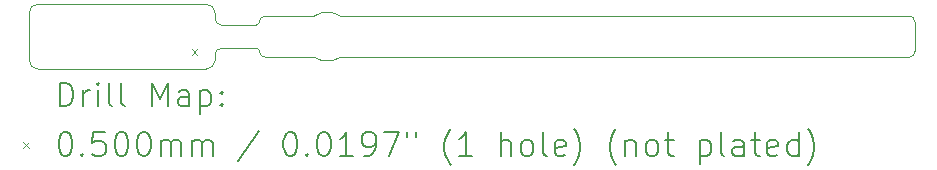
<source format=gbr>
%TF.GenerationSoftware,KiCad,Pcbnew,8.0.5*%
%TF.CreationDate,2024-10-26T16:12:02-07:00*%
%TF.ProjectId,cc-ring,63632d72-696e-4672-9e6b-696361645f70,rev?*%
%TF.SameCoordinates,Original*%
%TF.FileFunction,Drillmap*%
%TF.FilePolarity,Positive*%
%FSLAX45Y45*%
G04 Gerber Fmt 4.5, Leading zero omitted, Abs format (unit mm)*
G04 Created by KiCad (PCBNEW 8.0.5) date 2024-10-26 16:12:02*
%MOMM*%
%LPD*%
G01*
G04 APERTURE LIST*
%ADD10C,0.050000*%
%ADD11C,0.200000*%
%ADD12C,0.100000*%
G04 APERTURE END LIST*
D10*
X18915000Y-7275000D02*
X18500000Y-7275000D01*
X18915000Y-6925000D02*
X18500000Y-6925000D01*
X19135000Y-7275000D02*
G75*
G02*
X18915000Y-7275000I-110000J175000D01*
G01*
X18915000Y-6925000D02*
G75*
G02*
X19135000Y-6925000I110000J-175000D01*
G01*
X18425000Y-7200000D02*
G75*
G02*
X18450000Y-7225000I0J-25000D01*
G01*
X18075000Y-7300000D02*
G75*
G02*
X18000000Y-7375000I-75000J0D01*
G01*
X18125000Y-7000000D02*
X18425000Y-7000000D01*
X18425000Y-7200000D02*
X18125000Y-7200000D01*
X18075000Y-7250000D02*
G75*
G02*
X18125000Y-7200000I50000J0D01*
G01*
X19135000Y-6925000D02*
X23950000Y-6925000D01*
X16500000Y-7300000D02*
X16500000Y-6900000D01*
X18000000Y-7375000D02*
X16575000Y-7375000D01*
X18500000Y-7275000D02*
G75*
G02*
X18450000Y-7225000I0J50000D01*
G01*
X18000000Y-6825000D02*
G75*
G02*
X18075000Y-6900000I0J-75000D01*
G01*
X18125000Y-7000000D02*
G75*
G02*
X18075000Y-6950000I0J50000D01*
G01*
X24000000Y-6975000D02*
X24000000Y-7225000D01*
X23950000Y-7275000D02*
X19135000Y-7275000D01*
X16500000Y-6900000D02*
G75*
G02*
X16575000Y-6825000I75000J0D01*
G01*
X18075000Y-6950000D02*
X18075000Y-6900000D01*
X18450000Y-6975000D02*
G75*
G02*
X18500000Y-6925000I50000J0D01*
G01*
X24000000Y-7225000D02*
G75*
G02*
X23950000Y-7275000I-50000J0D01*
G01*
X18450000Y-6975000D02*
G75*
G02*
X18425000Y-7000000I-25000J0D01*
G01*
X18075000Y-7250000D02*
X18075000Y-7300000D01*
X23950000Y-6925000D02*
G75*
G02*
X24000000Y-6975000I0J-50000D01*
G01*
X16575000Y-7375000D02*
G75*
G02*
X16500000Y-7300000I0J75000D01*
G01*
X16575000Y-6825000D02*
X18000000Y-6825000D01*
D11*
D12*
X17875000Y-7202000D02*
X17925000Y-7252000D01*
X17925000Y-7202000D02*
X17875000Y-7252000D01*
D11*
X16758277Y-7688984D02*
X16758277Y-7488984D01*
X16758277Y-7488984D02*
X16805896Y-7488984D01*
X16805896Y-7488984D02*
X16834467Y-7498508D01*
X16834467Y-7498508D02*
X16853515Y-7517555D01*
X16853515Y-7517555D02*
X16863039Y-7536603D01*
X16863039Y-7536603D02*
X16872563Y-7574698D01*
X16872563Y-7574698D02*
X16872563Y-7603269D01*
X16872563Y-7603269D02*
X16863039Y-7641365D01*
X16863039Y-7641365D02*
X16853515Y-7660412D01*
X16853515Y-7660412D02*
X16834467Y-7679460D01*
X16834467Y-7679460D02*
X16805896Y-7688984D01*
X16805896Y-7688984D02*
X16758277Y-7688984D01*
X16958277Y-7688984D02*
X16958277Y-7555650D01*
X16958277Y-7593746D02*
X16967801Y-7574698D01*
X16967801Y-7574698D02*
X16977324Y-7565174D01*
X16977324Y-7565174D02*
X16996372Y-7555650D01*
X16996372Y-7555650D02*
X17015420Y-7555650D01*
X17082086Y-7688984D02*
X17082086Y-7555650D01*
X17082086Y-7488984D02*
X17072563Y-7498508D01*
X17072563Y-7498508D02*
X17082086Y-7508031D01*
X17082086Y-7508031D02*
X17091610Y-7498508D01*
X17091610Y-7498508D02*
X17082086Y-7488984D01*
X17082086Y-7488984D02*
X17082086Y-7508031D01*
X17205896Y-7688984D02*
X17186848Y-7679460D01*
X17186848Y-7679460D02*
X17177324Y-7660412D01*
X17177324Y-7660412D02*
X17177324Y-7488984D01*
X17310658Y-7688984D02*
X17291610Y-7679460D01*
X17291610Y-7679460D02*
X17282086Y-7660412D01*
X17282086Y-7660412D02*
X17282086Y-7488984D01*
X17539229Y-7688984D02*
X17539229Y-7488984D01*
X17539229Y-7488984D02*
X17605896Y-7631841D01*
X17605896Y-7631841D02*
X17672563Y-7488984D01*
X17672563Y-7488984D02*
X17672563Y-7688984D01*
X17853515Y-7688984D02*
X17853515Y-7584222D01*
X17853515Y-7584222D02*
X17843991Y-7565174D01*
X17843991Y-7565174D02*
X17824944Y-7555650D01*
X17824944Y-7555650D02*
X17786848Y-7555650D01*
X17786848Y-7555650D02*
X17767801Y-7565174D01*
X17853515Y-7679460D02*
X17834467Y-7688984D01*
X17834467Y-7688984D02*
X17786848Y-7688984D01*
X17786848Y-7688984D02*
X17767801Y-7679460D01*
X17767801Y-7679460D02*
X17758277Y-7660412D01*
X17758277Y-7660412D02*
X17758277Y-7641365D01*
X17758277Y-7641365D02*
X17767801Y-7622317D01*
X17767801Y-7622317D02*
X17786848Y-7612793D01*
X17786848Y-7612793D02*
X17834467Y-7612793D01*
X17834467Y-7612793D02*
X17853515Y-7603269D01*
X17948753Y-7555650D02*
X17948753Y-7755650D01*
X17948753Y-7565174D02*
X17967801Y-7555650D01*
X17967801Y-7555650D02*
X18005896Y-7555650D01*
X18005896Y-7555650D02*
X18024944Y-7565174D01*
X18024944Y-7565174D02*
X18034467Y-7574698D01*
X18034467Y-7574698D02*
X18043991Y-7593746D01*
X18043991Y-7593746D02*
X18043991Y-7650888D01*
X18043991Y-7650888D02*
X18034467Y-7669936D01*
X18034467Y-7669936D02*
X18024944Y-7679460D01*
X18024944Y-7679460D02*
X18005896Y-7688984D01*
X18005896Y-7688984D02*
X17967801Y-7688984D01*
X17967801Y-7688984D02*
X17948753Y-7679460D01*
X18129705Y-7669936D02*
X18139229Y-7679460D01*
X18139229Y-7679460D02*
X18129705Y-7688984D01*
X18129705Y-7688984D02*
X18120182Y-7679460D01*
X18120182Y-7679460D02*
X18129705Y-7669936D01*
X18129705Y-7669936D02*
X18129705Y-7688984D01*
X18129705Y-7565174D02*
X18139229Y-7574698D01*
X18139229Y-7574698D02*
X18129705Y-7584222D01*
X18129705Y-7584222D02*
X18120182Y-7574698D01*
X18120182Y-7574698D02*
X18129705Y-7565174D01*
X18129705Y-7565174D02*
X18129705Y-7584222D01*
D12*
X16447500Y-7992500D02*
X16497500Y-8042500D01*
X16497500Y-7992500D02*
X16447500Y-8042500D01*
D11*
X16796372Y-7908984D02*
X16815420Y-7908984D01*
X16815420Y-7908984D02*
X16834467Y-7918508D01*
X16834467Y-7918508D02*
X16843991Y-7928031D01*
X16843991Y-7928031D02*
X16853515Y-7947079D01*
X16853515Y-7947079D02*
X16863039Y-7985174D01*
X16863039Y-7985174D02*
X16863039Y-8032793D01*
X16863039Y-8032793D02*
X16853515Y-8070888D01*
X16853515Y-8070888D02*
X16843991Y-8089936D01*
X16843991Y-8089936D02*
X16834467Y-8099460D01*
X16834467Y-8099460D02*
X16815420Y-8108984D01*
X16815420Y-8108984D02*
X16796372Y-8108984D01*
X16796372Y-8108984D02*
X16777324Y-8099460D01*
X16777324Y-8099460D02*
X16767801Y-8089936D01*
X16767801Y-8089936D02*
X16758277Y-8070888D01*
X16758277Y-8070888D02*
X16748753Y-8032793D01*
X16748753Y-8032793D02*
X16748753Y-7985174D01*
X16748753Y-7985174D02*
X16758277Y-7947079D01*
X16758277Y-7947079D02*
X16767801Y-7928031D01*
X16767801Y-7928031D02*
X16777324Y-7918508D01*
X16777324Y-7918508D02*
X16796372Y-7908984D01*
X16948753Y-8089936D02*
X16958277Y-8099460D01*
X16958277Y-8099460D02*
X16948753Y-8108984D01*
X16948753Y-8108984D02*
X16939229Y-8099460D01*
X16939229Y-8099460D02*
X16948753Y-8089936D01*
X16948753Y-8089936D02*
X16948753Y-8108984D01*
X17139229Y-7908984D02*
X17043991Y-7908984D01*
X17043991Y-7908984D02*
X17034467Y-8004222D01*
X17034467Y-8004222D02*
X17043991Y-7994698D01*
X17043991Y-7994698D02*
X17063039Y-7985174D01*
X17063039Y-7985174D02*
X17110658Y-7985174D01*
X17110658Y-7985174D02*
X17129705Y-7994698D01*
X17129705Y-7994698D02*
X17139229Y-8004222D01*
X17139229Y-8004222D02*
X17148753Y-8023269D01*
X17148753Y-8023269D02*
X17148753Y-8070888D01*
X17148753Y-8070888D02*
X17139229Y-8089936D01*
X17139229Y-8089936D02*
X17129705Y-8099460D01*
X17129705Y-8099460D02*
X17110658Y-8108984D01*
X17110658Y-8108984D02*
X17063039Y-8108984D01*
X17063039Y-8108984D02*
X17043991Y-8099460D01*
X17043991Y-8099460D02*
X17034467Y-8089936D01*
X17272563Y-7908984D02*
X17291610Y-7908984D01*
X17291610Y-7908984D02*
X17310658Y-7918508D01*
X17310658Y-7918508D02*
X17320182Y-7928031D01*
X17320182Y-7928031D02*
X17329705Y-7947079D01*
X17329705Y-7947079D02*
X17339229Y-7985174D01*
X17339229Y-7985174D02*
X17339229Y-8032793D01*
X17339229Y-8032793D02*
X17329705Y-8070888D01*
X17329705Y-8070888D02*
X17320182Y-8089936D01*
X17320182Y-8089936D02*
X17310658Y-8099460D01*
X17310658Y-8099460D02*
X17291610Y-8108984D01*
X17291610Y-8108984D02*
X17272563Y-8108984D01*
X17272563Y-8108984D02*
X17253515Y-8099460D01*
X17253515Y-8099460D02*
X17243991Y-8089936D01*
X17243991Y-8089936D02*
X17234467Y-8070888D01*
X17234467Y-8070888D02*
X17224944Y-8032793D01*
X17224944Y-8032793D02*
X17224944Y-7985174D01*
X17224944Y-7985174D02*
X17234467Y-7947079D01*
X17234467Y-7947079D02*
X17243991Y-7928031D01*
X17243991Y-7928031D02*
X17253515Y-7918508D01*
X17253515Y-7918508D02*
X17272563Y-7908984D01*
X17463039Y-7908984D02*
X17482086Y-7908984D01*
X17482086Y-7908984D02*
X17501134Y-7918508D01*
X17501134Y-7918508D02*
X17510658Y-7928031D01*
X17510658Y-7928031D02*
X17520182Y-7947079D01*
X17520182Y-7947079D02*
X17529705Y-7985174D01*
X17529705Y-7985174D02*
X17529705Y-8032793D01*
X17529705Y-8032793D02*
X17520182Y-8070888D01*
X17520182Y-8070888D02*
X17510658Y-8089936D01*
X17510658Y-8089936D02*
X17501134Y-8099460D01*
X17501134Y-8099460D02*
X17482086Y-8108984D01*
X17482086Y-8108984D02*
X17463039Y-8108984D01*
X17463039Y-8108984D02*
X17443991Y-8099460D01*
X17443991Y-8099460D02*
X17434467Y-8089936D01*
X17434467Y-8089936D02*
X17424944Y-8070888D01*
X17424944Y-8070888D02*
X17415420Y-8032793D01*
X17415420Y-8032793D02*
X17415420Y-7985174D01*
X17415420Y-7985174D02*
X17424944Y-7947079D01*
X17424944Y-7947079D02*
X17434467Y-7928031D01*
X17434467Y-7928031D02*
X17443991Y-7918508D01*
X17443991Y-7918508D02*
X17463039Y-7908984D01*
X17615420Y-8108984D02*
X17615420Y-7975650D01*
X17615420Y-7994698D02*
X17624944Y-7985174D01*
X17624944Y-7985174D02*
X17643991Y-7975650D01*
X17643991Y-7975650D02*
X17672563Y-7975650D01*
X17672563Y-7975650D02*
X17691610Y-7985174D01*
X17691610Y-7985174D02*
X17701134Y-8004222D01*
X17701134Y-8004222D02*
X17701134Y-8108984D01*
X17701134Y-8004222D02*
X17710658Y-7985174D01*
X17710658Y-7985174D02*
X17729705Y-7975650D01*
X17729705Y-7975650D02*
X17758277Y-7975650D01*
X17758277Y-7975650D02*
X17777325Y-7985174D01*
X17777325Y-7985174D02*
X17786848Y-8004222D01*
X17786848Y-8004222D02*
X17786848Y-8108984D01*
X17882086Y-8108984D02*
X17882086Y-7975650D01*
X17882086Y-7994698D02*
X17891610Y-7985174D01*
X17891610Y-7985174D02*
X17910658Y-7975650D01*
X17910658Y-7975650D02*
X17939229Y-7975650D01*
X17939229Y-7975650D02*
X17958277Y-7985174D01*
X17958277Y-7985174D02*
X17967801Y-8004222D01*
X17967801Y-8004222D02*
X17967801Y-8108984D01*
X17967801Y-8004222D02*
X17977325Y-7985174D01*
X17977325Y-7985174D02*
X17996372Y-7975650D01*
X17996372Y-7975650D02*
X18024944Y-7975650D01*
X18024944Y-7975650D02*
X18043991Y-7985174D01*
X18043991Y-7985174D02*
X18053515Y-8004222D01*
X18053515Y-8004222D02*
X18053515Y-8108984D01*
X18443991Y-7899460D02*
X18272563Y-8156603D01*
X18701134Y-7908984D02*
X18720182Y-7908984D01*
X18720182Y-7908984D02*
X18739229Y-7918508D01*
X18739229Y-7918508D02*
X18748753Y-7928031D01*
X18748753Y-7928031D02*
X18758277Y-7947079D01*
X18758277Y-7947079D02*
X18767801Y-7985174D01*
X18767801Y-7985174D02*
X18767801Y-8032793D01*
X18767801Y-8032793D02*
X18758277Y-8070888D01*
X18758277Y-8070888D02*
X18748753Y-8089936D01*
X18748753Y-8089936D02*
X18739229Y-8099460D01*
X18739229Y-8099460D02*
X18720182Y-8108984D01*
X18720182Y-8108984D02*
X18701134Y-8108984D01*
X18701134Y-8108984D02*
X18682087Y-8099460D01*
X18682087Y-8099460D02*
X18672563Y-8089936D01*
X18672563Y-8089936D02*
X18663039Y-8070888D01*
X18663039Y-8070888D02*
X18653515Y-8032793D01*
X18653515Y-8032793D02*
X18653515Y-7985174D01*
X18653515Y-7985174D02*
X18663039Y-7947079D01*
X18663039Y-7947079D02*
X18672563Y-7928031D01*
X18672563Y-7928031D02*
X18682087Y-7918508D01*
X18682087Y-7918508D02*
X18701134Y-7908984D01*
X18853515Y-8089936D02*
X18863039Y-8099460D01*
X18863039Y-8099460D02*
X18853515Y-8108984D01*
X18853515Y-8108984D02*
X18843991Y-8099460D01*
X18843991Y-8099460D02*
X18853515Y-8089936D01*
X18853515Y-8089936D02*
X18853515Y-8108984D01*
X18986848Y-7908984D02*
X19005896Y-7908984D01*
X19005896Y-7908984D02*
X19024944Y-7918508D01*
X19024944Y-7918508D02*
X19034468Y-7928031D01*
X19034468Y-7928031D02*
X19043991Y-7947079D01*
X19043991Y-7947079D02*
X19053515Y-7985174D01*
X19053515Y-7985174D02*
X19053515Y-8032793D01*
X19053515Y-8032793D02*
X19043991Y-8070888D01*
X19043991Y-8070888D02*
X19034468Y-8089936D01*
X19034468Y-8089936D02*
X19024944Y-8099460D01*
X19024944Y-8099460D02*
X19005896Y-8108984D01*
X19005896Y-8108984D02*
X18986848Y-8108984D01*
X18986848Y-8108984D02*
X18967801Y-8099460D01*
X18967801Y-8099460D02*
X18958277Y-8089936D01*
X18958277Y-8089936D02*
X18948753Y-8070888D01*
X18948753Y-8070888D02*
X18939229Y-8032793D01*
X18939229Y-8032793D02*
X18939229Y-7985174D01*
X18939229Y-7985174D02*
X18948753Y-7947079D01*
X18948753Y-7947079D02*
X18958277Y-7928031D01*
X18958277Y-7928031D02*
X18967801Y-7918508D01*
X18967801Y-7918508D02*
X18986848Y-7908984D01*
X19243991Y-8108984D02*
X19129706Y-8108984D01*
X19186848Y-8108984D02*
X19186848Y-7908984D01*
X19186848Y-7908984D02*
X19167801Y-7937555D01*
X19167801Y-7937555D02*
X19148753Y-7956603D01*
X19148753Y-7956603D02*
X19129706Y-7966127D01*
X19339229Y-8108984D02*
X19377325Y-8108984D01*
X19377325Y-8108984D02*
X19396372Y-8099460D01*
X19396372Y-8099460D02*
X19405896Y-8089936D01*
X19405896Y-8089936D02*
X19424944Y-8061365D01*
X19424944Y-8061365D02*
X19434468Y-8023269D01*
X19434468Y-8023269D02*
X19434468Y-7947079D01*
X19434468Y-7947079D02*
X19424944Y-7928031D01*
X19424944Y-7928031D02*
X19415420Y-7918508D01*
X19415420Y-7918508D02*
X19396372Y-7908984D01*
X19396372Y-7908984D02*
X19358277Y-7908984D01*
X19358277Y-7908984D02*
X19339229Y-7918508D01*
X19339229Y-7918508D02*
X19329706Y-7928031D01*
X19329706Y-7928031D02*
X19320182Y-7947079D01*
X19320182Y-7947079D02*
X19320182Y-7994698D01*
X19320182Y-7994698D02*
X19329706Y-8013746D01*
X19329706Y-8013746D02*
X19339229Y-8023269D01*
X19339229Y-8023269D02*
X19358277Y-8032793D01*
X19358277Y-8032793D02*
X19396372Y-8032793D01*
X19396372Y-8032793D02*
X19415420Y-8023269D01*
X19415420Y-8023269D02*
X19424944Y-8013746D01*
X19424944Y-8013746D02*
X19434468Y-7994698D01*
X19501134Y-7908984D02*
X19634468Y-7908984D01*
X19634468Y-7908984D02*
X19548753Y-8108984D01*
X19701134Y-7908984D02*
X19701134Y-7947079D01*
X19777325Y-7908984D02*
X19777325Y-7947079D01*
X20072563Y-8185174D02*
X20063039Y-8175650D01*
X20063039Y-8175650D02*
X20043991Y-8147079D01*
X20043991Y-8147079D02*
X20034468Y-8128031D01*
X20034468Y-8128031D02*
X20024944Y-8099460D01*
X20024944Y-8099460D02*
X20015420Y-8051841D01*
X20015420Y-8051841D02*
X20015420Y-8013746D01*
X20015420Y-8013746D02*
X20024944Y-7966127D01*
X20024944Y-7966127D02*
X20034468Y-7937555D01*
X20034468Y-7937555D02*
X20043991Y-7918508D01*
X20043991Y-7918508D02*
X20063039Y-7889936D01*
X20063039Y-7889936D02*
X20072563Y-7880412D01*
X20253515Y-8108984D02*
X20139230Y-8108984D01*
X20196372Y-8108984D02*
X20196372Y-7908984D01*
X20196372Y-7908984D02*
X20177325Y-7937555D01*
X20177325Y-7937555D02*
X20158277Y-7956603D01*
X20158277Y-7956603D02*
X20139230Y-7966127D01*
X20491611Y-8108984D02*
X20491611Y-7908984D01*
X20577325Y-8108984D02*
X20577325Y-8004222D01*
X20577325Y-8004222D02*
X20567801Y-7985174D01*
X20567801Y-7985174D02*
X20548753Y-7975650D01*
X20548753Y-7975650D02*
X20520182Y-7975650D01*
X20520182Y-7975650D02*
X20501134Y-7985174D01*
X20501134Y-7985174D02*
X20491611Y-7994698D01*
X20701134Y-8108984D02*
X20682087Y-8099460D01*
X20682087Y-8099460D02*
X20672563Y-8089936D01*
X20672563Y-8089936D02*
X20663039Y-8070888D01*
X20663039Y-8070888D02*
X20663039Y-8013746D01*
X20663039Y-8013746D02*
X20672563Y-7994698D01*
X20672563Y-7994698D02*
X20682087Y-7985174D01*
X20682087Y-7985174D02*
X20701134Y-7975650D01*
X20701134Y-7975650D02*
X20729706Y-7975650D01*
X20729706Y-7975650D02*
X20748753Y-7985174D01*
X20748753Y-7985174D02*
X20758277Y-7994698D01*
X20758277Y-7994698D02*
X20767801Y-8013746D01*
X20767801Y-8013746D02*
X20767801Y-8070888D01*
X20767801Y-8070888D02*
X20758277Y-8089936D01*
X20758277Y-8089936D02*
X20748753Y-8099460D01*
X20748753Y-8099460D02*
X20729706Y-8108984D01*
X20729706Y-8108984D02*
X20701134Y-8108984D01*
X20882087Y-8108984D02*
X20863039Y-8099460D01*
X20863039Y-8099460D02*
X20853515Y-8080412D01*
X20853515Y-8080412D02*
X20853515Y-7908984D01*
X21034468Y-8099460D02*
X21015420Y-8108984D01*
X21015420Y-8108984D02*
X20977325Y-8108984D01*
X20977325Y-8108984D02*
X20958277Y-8099460D01*
X20958277Y-8099460D02*
X20948753Y-8080412D01*
X20948753Y-8080412D02*
X20948753Y-8004222D01*
X20948753Y-8004222D02*
X20958277Y-7985174D01*
X20958277Y-7985174D02*
X20977325Y-7975650D01*
X20977325Y-7975650D02*
X21015420Y-7975650D01*
X21015420Y-7975650D02*
X21034468Y-7985174D01*
X21034468Y-7985174D02*
X21043992Y-8004222D01*
X21043992Y-8004222D02*
X21043992Y-8023269D01*
X21043992Y-8023269D02*
X20948753Y-8042317D01*
X21110658Y-8185174D02*
X21120182Y-8175650D01*
X21120182Y-8175650D02*
X21139230Y-8147079D01*
X21139230Y-8147079D02*
X21148753Y-8128031D01*
X21148753Y-8128031D02*
X21158277Y-8099460D01*
X21158277Y-8099460D02*
X21167801Y-8051841D01*
X21167801Y-8051841D02*
X21167801Y-8013746D01*
X21167801Y-8013746D02*
X21158277Y-7966127D01*
X21158277Y-7966127D02*
X21148753Y-7937555D01*
X21148753Y-7937555D02*
X21139230Y-7918508D01*
X21139230Y-7918508D02*
X21120182Y-7889936D01*
X21120182Y-7889936D02*
X21110658Y-7880412D01*
X21472563Y-8185174D02*
X21463039Y-8175650D01*
X21463039Y-8175650D02*
X21443992Y-8147079D01*
X21443992Y-8147079D02*
X21434468Y-8128031D01*
X21434468Y-8128031D02*
X21424944Y-8099460D01*
X21424944Y-8099460D02*
X21415420Y-8051841D01*
X21415420Y-8051841D02*
X21415420Y-8013746D01*
X21415420Y-8013746D02*
X21424944Y-7966127D01*
X21424944Y-7966127D02*
X21434468Y-7937555D01*
X21434468Y-7937555D02*
X21443992Y-7918508D01*
X21443992Y-7918508D02*
X21463039Y-7889936D01*
X21463039Y-7889936D02*
X21472563Y-7880412D01*
X21548753Y-7975650D02*
X21548753Y-8108984D01*
X21548753Y-7994698D02*
X21558277Y-7985174D01*
X21558277Y-7985174D02*
X21577325Y-7975650D01*
X21577325Y-7975650D02*
X21605896Y-7975650D01*
X21605896Y-7975650D02*
X21624944Y-7985174D01*
X21624944Y-7985174D02*
X21634468Y-8004222D01*
X21634468Y-8004222D02*
X21634468Y-8108984D01*
X21758277Y-8108984D02*
X21739230Y-8099460D01*
X21739230Y-8099460D02*
X21729706Y-8089936D01*
X21729706Y-8089936D02*
X21720182Y-8070888D01*
X21720182Y-8070888D02*
X21720182Y-8013746D01*
X21720182Y-8013746D02*
X21729706Y-7994698D01*
X21729706Y-7994698D02*
X21739230Y-7985174D01*
X21739230Y-7985174D02*
X21758277Y-7975650D01*
X21758277Y-7975650D02*
X21786849Y-7975650D01*
X21786849Y-7975650D02*
X21805896Y-7985174D01*
X21805896Y-7985174D02*
X21815420Y-7994698D01*
X21815420Y-7994698D02*
X21824944Y-8013746D01*
X21824944Y-8013746D02*
X21824944Y-8070888D01*
X21824944Y-8070888D02*
X21815420Y-8089936D01*
X21815420Y-8089936D02*
X21805896Y-8099460D01*
X21805896Y-8099460D02*
X21786849Y-8108984D01*
X21786849Y-8108984D02*
X21758277Y-8108984D01*
X21882087Y-7975650D02*
X21958277Y-7975650D01*
X21910658Y-7908984D02*
X21910658Y-8080412D01*
X21910658Y-8080412D02*
X21920182Y-8099460D01*
X21920182Y-8099460D02*
X21939230Y-8108984D01*
X21939230Y-8108984D02*
X21958277Y-8108984D01*
X22177325Y-7975650D02*
X22177325Y-8175650D01*
X22177325Y-7985174D02*
X22196373Y-7975650D01*
X22196373Y-7975650D02*
X22234468Y-7975650D01*
X22234468Y-7975650D02*
X22253515Y-7985174D01*
X22253515Y-7985174D02*
X22263039Y-7994698D01*
X22263039Y-7994698D02*
X22272563Y-8013746D01*
X22272563Y-8013746D02*
X22272563Y-8070888D01*
X22272563Y-8070888D02*
X22263039Y-8089936D01*
X22263039Y-8089936D02*
X22253515Y-8099460D01*
X22253515Y-8099460D02*
X22234468Y-8108984D01*
X22234468Y-8108984D02*
X22196373Y-8108984D01*
X22196373Y-8108984D02*
X22177325Y-8099460D01*
X22386849Y-8108984D02*
X22367801Y-8099460D01*
X22367801Y-8099460D02*
X22358277Y-8080412D01*
X22358277Y-8080412D02*
X22358277Y-7908984D01*
X22548753Y-8108984D02*
X22548753Y-8004222D01*
X22548753Y-8004222D02*
X22539230Y-7985174D01*
X22539230Y-7985174D02*
X22520182Y-7975650D01*
X22520182Y-7975650D02*
X22482087Y-7975650D01*
X22482087Y-7975650D02*
X22463039Y-7985174D01*
X22548753Y-8099460D02*
X22529706Y-8108984D01*
X22529706Y-8108984D02*
X22482087Y-8108984D01*
X22482087Y-8108984D02*
X22463039Y-8099460D01*
X22463039Y-8099460D02*
X22453515Y-8080412D01*
X22453515Y-8080412D02*
X22453515Y-8061365D01*
X22453515Y-8061365D02*
X22463039Y-8042317D01*
X22463039Y-8042317D02*
X22482087Y-8032793D01*
X22482087Y-8032793D02*
X22529706Y-8032793D01*
X22529706Y-8032793D02*
X22548753Y-8023269D01*
X22615420Y-7975650D02*
X22691611Y-7975650D01*
X22643992Y-7908984D02*
X22643992Y-8080412D01*
X22643992Y-8080412D02*
X22653515Y-8099460D01*
X22653515Y-8099460D02*
X22672563Y-8108984D01*
X22672563Y-8108984D02*
X22691611Y-8108984D01*
X22834468Y-8099460D02*
X22815420Y-8108984D01*
X22815420Y-8108984D02*
X22777325Y-8108984D01*
X22777325Y-8108984D02*
X22758277Y-8099460D01*
X22758277Y-8099460D02*
X22748753Y-8080412D01*
X22748753Y-8080412D02*
X22748753Y-8004222D01*
X22748753Y-8004222D02*
X22758277Y-7985174D01*
X22758277Y-7985174D02*
X22777325Y-7975650D01*
X22777325Y-7975650D02*
X22815420Y-7975650D01*
X22815420Y-7975650D02*
X22834468Y-7985174D01*
X22834468Y-7985174D02*
X22843992Y-8004222D01*
X22843992Y-8004222D02*
X22843992Y-8023269D01*
X22843992Y-8023269D02*
X22748753Y-8042317D01*
X23015420Y-8108984D02*
X23015420Y-7908984D01*
X23015420Y-8099460D02*
X22996373Y-8108984D01*
X22996373Y-8108984D02*
X22958277Y-8108984D01*
X22958277Y-8108984D02*
X22939230Y-8099460D01*
X22939230Y-8099460D02*
X22929706Y-8089936D01*
X22929706Y-8089936D02*
X22920182Y-8070888D01*
X22920182Y-8070888D02*
X22920182Y-8013746D01*
X22920182Y-8013746D02*
X22929706Y-7994698D01*
X22929706Y-7994698D02*
X22939230Y-7985174D01*
X22939230Y-7985174D02*
X22958277Y-7975650D01*
X22958277Y-7975650D02*
X22996373Y-7975650D01*
X22996373Y-7975650D02*
X23015420Y-7985174D01*
X23091611Y-8185174D02*
X23101134Y-8175650D01*
X23101134Y-8175650D02*
X23120182Y-8147079D01*
X23120182Y-8147079D02*
X23129706Y-8128031D01*
X23129706Y-8128031D02*
X23139230Y-8099460D01*
X23139230Y-8099460D02*
X23148753Y-8051841D01*
X23148753Y-8051841D02*
X23148753Y-8013746D01*
X23148753Y-8013746D02*
X23139230Y-7966127D01*
X23139230Y-7966127D02*
X23129706Y-7937555D01*
X23129706Y-7937555D02*
X23120182Y-7918508D01*
X23120182Y-7918508D02*
X23101134Y-7889936D01*
X23101134Y-7889936D02*
X23091611Y-7880412D01*
M02*

</source>
